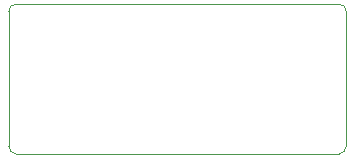
<source format=gbr>
%TF.GenerationSoftware,KiCad,Pcbnew,(5.1.9)-1*%
%TF.CreationDate,2022-01-05T12:10:33+01:00*%
%TF.ProjectId,WLED_AudioJackAdapter,574c4544-5f41-4756-9469-6f4a61636b41,rev?*%
%TF.SameCoordinates,Original*%
%TF.FileFunction,Profile,NP*%
%FSLAX46Y46*%
G04 Gerber Fmt 4.6, Leading zero omitted, Abs format (unit mm)*
G04 Created by KiCad (PCBNEW (5.1.9)-1) date 2022-01-05 12:10:33*
%MOMM*%
%LPD*%
G01*
G04 APERTURE LIST*
%TA.AperFunction,Profile*%
%ADD10C,0.050000*%
%TD*%
G04 APERTURE END LIST*
D10*
X123825000Y-87630000D02*
X123825000Y-76200000D01*
X151765000Y-88265000D02*
X124460000Y-88265000D01*
X124460000Y-75565000D02*
X151765000Y-75565000D01*
X152400000Y-76200000D02*
X152400000Y-87630000D01*
X152400000Y-87630000D02*
G75*
G02*
X151765000Y-88265000I-635000J0D01*
G01*
X124460000Y-88265000D02*
G75*
G02*
X123825000Y-87630000I0J635000D01*
G01*
X123825000Y-76200000D02*
G75*
G02*
X124460000Y-75565000I635000J0D01*
G01*
X151765000Y-75565000D02*
G75*
G02*
X152400000Y-76200000I0J-635000D01*
G01*
M02*

</source>
